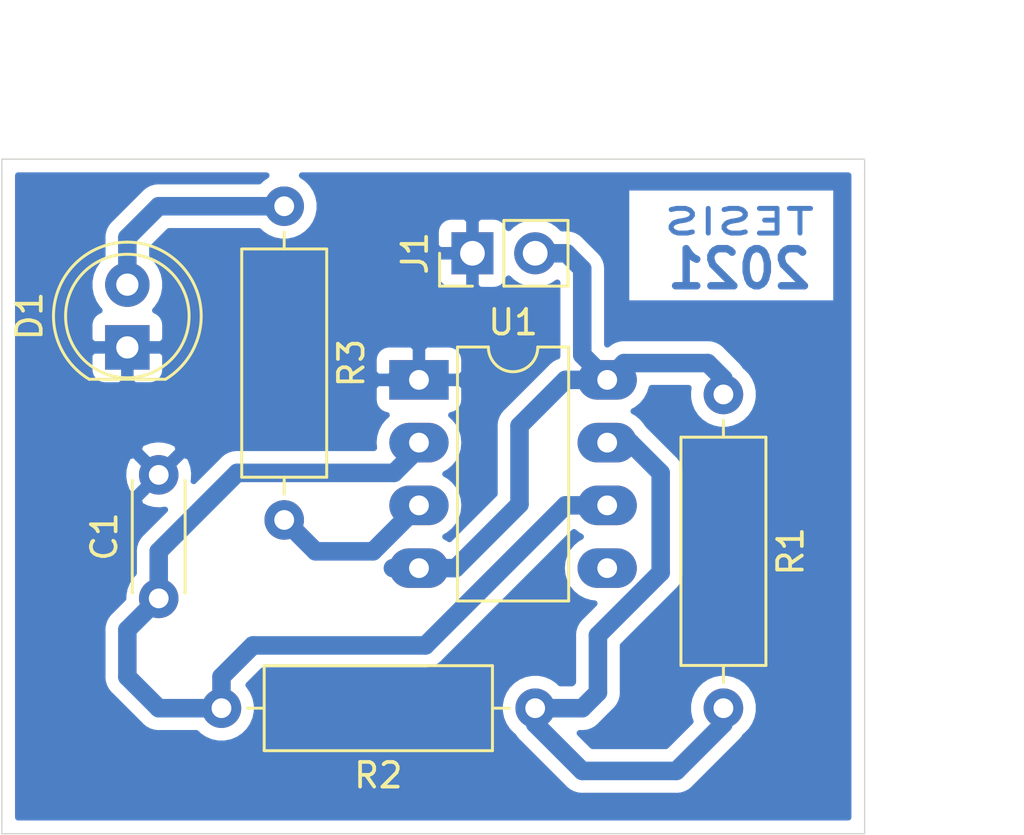
<source format=kicad_pcb>
(kicad_pcb (version 20171130) (host pcbnew "(5.1.7)-1")

  (general
    (thickness 1.6)
    (drawings 8)
    (tracks 49)
    (zones 0)
    (modules 7)
    (nets 8)
  )

  (page A4)
  (layers
    (0 F.Cu signal)
    (31 B.Cu signal)
    (32 B.Adhes user)
    (33 F.Adhes user)
    (34 B.Paste user)
    (35 F.Paste user)
    (36 B.SilkS user)
    (37 F.SilkS user)
    (38 B.Mask user)
    (39 F.Mask user)
    (40 Dwgs.User user)
    (41 Cmts.User user)
    (42 Eco1.User user)
    (43 Eco2.User user)
    (44 Edge.Cuts user)
    (45 Margin user)
    (46 B.CrtYd user)
    (47 F.CrtYd user)
    (48 B.Fab user)
    (49 F.Fab user)
  )

  (setup
    (last_trace_width 0.25)
    (user_trace_width 0.75)
    (trace_clearance 0.2)
    (zone_clearance 0.508)
    (zone_45_only no)
    (trace_min 0.2)
    (via_size 0.8)
    (via_drill 0.4)
    (via_min_size 0.4)
    (via_min_drill 0.3)
    (user_via 0.75 0.5)
    (uvia_size 0.3)
    (uvia_drill 0.1)
    (uvias_allowed no)
    (uvia_min_size 0.2)
    (uvia_min_drill 0.1)
    (edge_width 0.05)
    (segment_width 0.2)
    (pcb_text_width 0.3)
    (pcb_text_size 1.5 1.5)
    (mod_edge_width 0.12)
    (mod_text_size 1 1)
    (mod_text_width 0.15)
    (pad_size 1.524 1.524)
    (pad_drill 0.762)
    (pad_to_mask_clearance 0)
    (aux_axis_origin 0 0)
    (visible_elements 7FFFFFFF)
    (pcbplotparams
      (layerselection 0x010fc_ffffffff)
      (usegerberextensions false)
      (usegerberattributes true)
      (usegerberadvancedattributes true)
      (creategerberjobfile true)
      (excludeedgelayer true)
      (linewidth 0.100000)
      (plotframeref false)
      (viasonmask false)
      (mode 1)
      (useauxorigin false)
      (hpglpennumber 1)
      (hpglpenspeed 20)
      (hpglpendiameter 15.000000)
      (psnegative false)
      (psa4output false)
      (plotreference true)
      (plotvalue true)
      (plotinvisibletext false)
      (padsonsilk false)
      (subtractmaskfromsilk false)
      (outputformat 1)
      (mirror false)
      (drillshape 1)
      (scaleselection 1)
      (outputdirectory ""))
  )

  (net 0 "")
  (net 1 GND)
  (net 2 "Net-(C1-Pad1)")
  (net 3 "Net-(D1-Pad2)")
  (net 4 +5V)
  (net 5 "Net-(R1-Pad2)")
  (net 6 /Salida)
  (net 7 "Net-(U1-Pad5)")

  (net_class Default "This is the default net class."
    (clearance 0.2)
    (trace_width 0.25)
    (via_dia 0.8)
    (via_drill 0.4)
    (uvia_dia 0.3)
    (uvia_drill 0.1)
    (add_net +5V)
    (add_net /Salida)
    (add_net GND)
    (add_net "Net-(C1-Pad1)")
    (add_net "Net-(D1-Pad2)")
    (add_net "Net-(R1-Pad2)")
    (add_net "Net-(U1-Pad5)")
  )

  (module Resistor_THT:R_Axial_DIN0309_L9.0mm_D3.2mm_P12.70mm_Horizontal (layer F.Cu) (tedit 5AE5139B) (tstamp 5F8CE1E1)
    (at 190.5 109.22 270)
    (descr "Resistor, Axial_DIN0309 series, Axial, Horizontal, pin pitch=12.7mm, 0.5W = 1/2W, length*diameter=9*3.2mm^2, http://cdn-reichelt.de/documents/datenblatt/B400/1_4W%23YAG.pdf")
    (tags "Resistor Axial_DIN0309 series Axial Horizontal pin pitch 12.7mm 0.5W = 1/2W length 9mm diameter 3.2mm")
    (path /5F8C8677)
    (fp_text reference R1 (at 6.35 -2.72 90) (layer F.SilkS)
      (effects (font (size 1 1) (thickness 0.15)))
    )
    (fp_text value 5k (at 8.89 -3.175 90) (layer F.Fab)
      (effects (font (size 1 1) (thickness 0.15)))
    )
    (fp_line (start 13.75 -1.85) (end -1.05 -1.85) (layer F.CrtYd) (width 0.05))
    (fp_line (start 13.75 1.85) (end 13.75 -1.85) (layer F.CrtYd) (width 0.05))
    (fp_line (start -1.05 1.85) (end 13.75 1.85) (layer F.CrtYd) (width 0.05))
    (fp_line (start -1.05 -1.85) (end -1.05 1.85) (layer F.CrtYd) (width 0.05))
    (fp_line (start 11.66 0) (end 10.97 0) (layer F.SilkS) (width 0.12))
    (fp_line (start 1.04 0) (end 1.73 0) (layer F.SilkS) (width 0.12))
    (fp_line (start 10.97 -1.72) (end 1.73 -1.72) (layer F.SilkS) (width 0.12))
    (fp_line (start 10.97 1.72) (end 10.97 -1.72) (layer F.SilkS) (width 0.12))
    (fp_line (start 1.73 1.72) (end 10.97 1.72) (layer F.SilkS) (width 0.12))
    (fp_line (start 1.73 -1.72) (end 1.73 1.72) (layer F.SilkS) (width 0.12))
    (fp_line (start 12.7 0) (end 10.85 0) (layer F.Fab) (width 0.1))
    (fp_line (start 0 0) (end 1.85 0) (layer F.Fab) (width 0.1))
    (fp_line (start 10.85 -1.6) (end 1.85 -1.6) (layer F.Fab) (width 0.1))
    (fp_line (start 10.85 1.6) (end 10.85 -1.6) (layer F.Fab) (width 0.1))
    (fp_line (start 1.85 1.6) (end 10.85 1.6) (layer F.Fab) (width 0.1))
    (fp_line (start 1.85 -1.6) (end 1.85 1.6) (layer F.Fab) (width 0.1))
    (fp_text user %R (at 6.35 0 90) (layer F.Fab)
      (effects (font (size 1 1) (thickness 0.15)))
    )
    (pad 2 thru_hole oval (at 12.7 0 270) (size 1.6 1.6) (drill 0.8) (layers *.Cu *.Mask)
      (net 5 "Net-(R1-Pad2)"))
    (pad 1 thru_hole circle (at 0 0 270) (size 1.6 1.6) (drill 0.8) (layers *.Cu *.Mask)
      (net 4 +5V))
    (model ${KISYS3DMOD}/Resistor_THT.3dshapes/R_Axial_DIN0309_L9.0mm_D3.2mm_P12.70mm_Horizontal.wrl
      (at (xyz 0 0 0))
      (scale (xyz 1 1 1))
      (rotate (xyz 0 0 0))
    )
  )

  (module LED_THT:LED_D5.0mm (layer F.Cu) (tedit 5995936A) (tstamp 5F8CDC9D)
    (at 166.37 107.315 90)
    (descr "LED, diameter 5.0mm, 2 pins, http://cdn-reichelt.de/documents/datenblatt/A500/LL-504BC2E-009.pdf")
    (tags "LED diameter 5.0mm 2 pins")
    (path /5F8CA12F)
    (fp_text reference D1 (at 1.27 -3.96 90) (layer F.SilkS)
      (effects (font (size 1 1) (thickness 0.15)))
    )
    (fp_text value "LED RED" (at -5.715 -3.175 90) (layer F.Fab)
      (effects (font (size 1 1) (thickness 0.15)))
    )
    (fp_line (start 4.5 -3.25) (end -1.95 -3.25) (layer F.CrtYd) (width 0.05))
    (fp_line (start 4.5 3.25) (end 4.5 -3.25) (layer F.CrtYd) (width 0.05))
    (fp_line (start -1.95 3.25) (end 4.5 3.25) (layer F.CrtYd) (width 0.05))
    (fp_line (start -1.95 -3.25) (end -1.95 3.25) (layer F.CrtYd) (width 0.05))
    (fp_line (start -1.29 -1.545) (end -1.29 1.545) (layer F.SilkS) (width 0.12))
    (fp_line (start -1.23 -1.469694) (end -1.23 1.469694) (layer F.Fab) (width 0.1))
    (fp_circle (center 1.27 0) (end 3.77 0) (layer F.SilkS) (width 0.12))
    (fp_circle (center 1.27 0) (end 3.77 0) (layer F.Fab) (width 0.1))
    (fp_text user %R (at 1.25 0 90) (layer F.Fab)
      (effects (font (size 0.8 0.8) (thickness 0.2)))
    )
    (fp_arc (start 1.27 0) (end -1.29 1.54483) (angle -148.9) (layer F.SilkS) (width 0.12))
    (fp_arc (start 1.27 0) (end -1.29 -1.54483) (angle 148.9) (layer F.SilkS) (width 0.12))
    (fp_arc (start 1.27 0) (end -1.23 -1.469694) (angle 299.1) (layer F.Fab) (width 0.1))
    (pad 2 thru_hole circle (at 2.54 0 90) (size 1.8 1.8) (drill 0.9) (layers *.Cu *.Mask)
      (net 3 "Net-(D1-Pad2)"))
    (pad 1 thru_hole rect (at 0 0 90) (size 1.8 1.8) (drill 0.9) (layers *.Cu *.Mask)
      (net 1 GND))
    (model ${KISYS3DMOD}/LED_THT.3dshapes/LED_D5.0mm.wrl
      (at (xyz 0 0 0))
      (scale (xyz 1 1 1))
      (rotate (xyz 0 0 0))
    )
  )

  (module Package_DIP:DIP-8_W7.62mm_LongPads (layer F.Cu) (tedit 5A02E8C5) (tstamp 5F8CDD14)
    (at 178.175 108.63)
    (descr "8-lead though-hole mounted DIP package, row spacing 7.62 mm (300 mils), LongPads")
    (tags "THT DIP DIL PDIP 2.54mm 7.62mm 300mil LongPads")
    (path /5F8C615D)
    (fp_text reference U1 (at 3.81 -2.33) (layer F.SilkS)
      (effects (font (size 1 1) (thickness 0.15)))
    )
    (fp_text value NE555D (at 3.81 9.95) (layer F.Fab)
      (effects (font (size 1 1) (thickness 0.15)))
    )
    (fp_line (start 9.1 -1.55) (end -1.45 -1.55) (layer F.CrtYd) (width 0.05))
    (fp_line (start 9.1 9.15) (end 9.1 -1.55) (layer F.CrtYd) (width 0.05))
    (fp_line (start -1.45 9.15) (end 9.1 9.15) (layer F.CrtYd) (width 0.05))
    (fp_line (start -1.45 -1.55) (end -1.45 9.15) (layer F.CrtYd) (width 0.05))
    (fp_line (start 6.06 -1.33) (end 4.81 -1.33) (layer F.SilkS) (width 0.12))
    (fp_line (start 6.06 8.95) (end 6.06 -1.33) (layer F.SilkS) (width 0.12))
    (fp_line (start 1.56 8.95) (end 6.06 8.95) (layer F.SilkS) (width 0.12))
    (fp_line (start 1.56 -1.33) (end 1.56 8.95) (layer F.SilkS) (width 0.12))
    (fp_line (start 2.81 -1.33) (end 1.56 -1.33) (layer F.SilkS) (width 0.12))
    (fp_line (start 0.635 -0.27) (end 1.635 -1.27) (layer F.Fab) (width 0.1))
    (fp_line (start 0.635 8.89) (end 0.635 -0.27) (layer F.Fab) (width 0.1))
    (fp_line (start 6.985 8.89) (end 0.635 8.89) (layer F.Fab) (width 0.1))
    (fp_line (start 6.985 -1.27) (end 6.985 8.89) (layer F.Fab) (width 0.1))
    (fp_line (start 1.635 -1.27) (end 6.985 -1.27) (layer F.Fab) (width 0.1))
    (fp_text user %R (at 3.81 3.81) (layer F.Fab)
      (effects (font (size 1 1) (thickness 0.15)))
    )
    (fp_arc (start 3.81 -1.33) (end 2.81 -1.33) (angle -180) (layer F.SilkS) (width 0.12))
    (pad 8 thru_hole oval (at 7.62 0) (size 2.4 1.6) (drill 0.8) (layers *.Cu *.Mask)
      (net 4 +5V))
    (pad 4 thru_hole oval (at 0 7.62) (size 2.4 1.6) (drill 0.8) (layers *.Cu *.Mask)
      (net 4 +5V))
    (pad 7 thru_hole oval (at 7.62 2.54) (size 2.4 1.6) (drill 0.8) (layers *.Cu *.Mask)
      (net 5 "Net-(R1-Pad2)"))
    (pad 3 thru_hole oval (at 0 5.08) (size 2.4 1.6) (drill 0.8) (layers *.Cu *.Mask)
      (net 6 /Salida))
    (pad 6 thru_hole oval (at 7.62 5.08) (size 2.4 1.6) (drill 0.8) (layers *.Cu *.Mask)
      (net 2 "Net-(C1-Pad1)"))
    (pad 2 thru_hole oval (at 0 2.54) (size 2.4 1.6) (drill 0.8) (layers *.Cu *.Mask)
      (net 2 "Net-(C1-Pad1)"))
    (pad 5 thru_hole oval (at 7.62 7.62) (size 2.4 1.6) (drill 0.8) (layers *.Cu *.Mask)
      (net 7 "Net-(U1-Pad5)"))
    (pad 1 thru_hole rect (at 0 0) (size 2.4 1.6) (drill 0.8) (layers *.Cu *.Mask)
      (net 1 GND))
    (model ${KISYS3DMOD}/Package_DIP.3dshapes/DIP-8_W7.62mm.wrl
      (at (xyz 0 0 0))
      (scale (xyz 1 1 1))
      (rotate (xyz 0 0 0))
    )
  )

  (module Resistor_THT:R_Axial_DIN0309_L9.0mm_D3.2mm_P12.70mm_Horizontal (layer F.Cu) (tedit 5AE5139B) (tstamp 5F8CDCF8)
    (at 172.72 101.6 270)
    (descr "Resistor, Axial_DIN0309 series, Axial, Horizontal, pin pitch=12.7mm, 0.5W = 1/2W, length*diameter=9*3.2mm^2, http://cdn-reichelt.de/documents/datenblatt/B400/1_4W%23YAG.pdf")
    (tags "Resistor Axial_DIN0309 series Axial Horizontal pin pitch 12.7mm 0.5W = 1/2W length 9mm diameter 3.2mm")
    (path /5F8CDDB9)
    (fp_text reference R3 (at 6.35 -2.72 90) (layer F.SilkS)
      (effects (font (size 1 1) (thickness 0.15)))
    )
    (fp_text value 330 (at 6.35 2.72 90) (layer F.Fab)
      (effects (font (size 1 1) (thickness 0.15)))
    )
    (fp_line (start 13.75 -1.85) (end -1.05 -1.85) (layer F.CrtYd) (width 0.05))
    (fp_line (start 13.75 1.85) (end 13.75 -1.85) (layer F.CrtYd) (width 0.05))
    (fp_line (start -1.05 1.85) (end 13.75 1.85) (layer F.CrtYd) (width 0.05))
    (fp_line (start -1.05 -1.85) (end -1.05 1.85) (layer F.CrtYd) (width 0.05))
    (fp_line (start 11.66 0) (end 10.97 0) (layer F.SilkS) (width 0.12))
    (fp_line (start 1.04 0) (end 1.73 0) (layer F.SilkS) (width 0.12))
    (fp_line (start 10.97 -1.72) (end 1.73 -1.72) (layer F.SilkS) (width 0.12))
    (fp_line (start 10.97 1.72) (end 10.97 -1.72) (layer F.SilkS) (width 0.12))
    (fp_line (start 1.73 1.72) (end 10.97 1.72) (layer F.SilkS) (width 0.12))
    (fp_line (start 1.73 -1.72) (end 1.73 1.72) (layer F.SilkS) (width 0.12))
    (fp_line (start 12.7 0) (end 10.85 0) (layer F.Fab) (width 0.1))
    (fp_line (start 0 0) (end 1.85 0) (layer F.Fab) (width 0.1))
    (fp_line (start 10.85 -1.6) (end 1.85 -1.6) (layer F.Fab) (width 0.1))
    (fp_line (start 10.85 1.6) (end 10.85 -1.6) (layer F.Fab) (width 0.1))
    (fp_line (start 1.85 1.6) (end 10.85 1.6) (layer F.Fab) (width 0.1))
    (fp_line (start 1.85 -1.6) (end 1.85 1.6) (layer F.Fab) (width 0.1))
    (fp_text user %R (at 6.35 0 90) (layer F.Fab)
      (effects (font (size 1 1) (thickness 0.15)))
    )
    (pad 2 thru_hole oval (at 12.7 0 270) (size 1.6 1.6) (drill 0.8) (layers *.Cu *.Mask)
      (net 6 /Salida))
    (pad 1 thru_hole circle (at 0 0 270) (size 1.6 1.6) (drill 0.8) (layers *.Cu *.Mask)
      (net 3 "Net-(D1-Pad2)"))
    (model ${KISYS3DMOD}/Resistor_THT.3dshapes/R_Axial_DIN0309_L9.0mm_D3.2mm_P12.70mm_Horizontal.wrl
      (at (xyz 0 0 0))
      (scale (xyz 1 1 1))
      (rotate (xyz 0 0 0))
    )
  )

  (module Resistor_THT:R_Axial_DIN0309_L9.0mm_D3.2mm_P12.70mm_Horizontal (layer F.Cu) (tedit 5AE5139B) (tstamp 5F8CDCE1)
    (at 182.88 121.92 180)
    (descr "Resistor, Axial_DIN0309 series, Axial, Horizontal, pin pitch=12.7mm, 0.5W = 1/2W, length*diameter=9*3.2mm^2, http://cdn-reichelt.de/documents/datenblatt/B400/1_4W%23YAG.pdf")
    (tags "Resistor Axial_DIN0309 series Axial Horizontal pin pitch 12.7mm 0.5W = 1/2W length 9mm diameter 3.2mm")
    (path /5F8C8095)
    (fp_text reference R2 (at 6.35 -2.72) (layer F.SilkS)
      (effects (font (size 1 1) (thickness 0.15)))
    )
    (fp_text value 3k (at 6.35 2.72) (layer F.Fab)
      (effects (font (size 1 1) (thickness 0.15)))
    )
    (fp_line (start 13.75 -1.85) (end -1.05 -1.85) (layer F.CrtYd) (width 0.05))
    (fp_line (start 13.75 1.85) (end 13.75 -1.85) (layer F.CrtYd) (width 0.05))
    (fp_line (start -1.05 1.85) (end 13.75 1.85) (layer F.CrtYd) (width 0.05))
    (fp_line (start -1.05 -1.85) (end -1.05 1.85) (layer F.CrtYd) (width 0.05))
    (fp_line (start 11.66 0) (end 10.97 0) (layer F.SilkS) (width 0.12))
    (fp_line (start 1.04 0) (end 1.73 0) (layer F.SilkS) (width 0.12))
    (fp_line (start 10.97 -1.72) (end 1.73 -1.72) (layer F.SilkS) (width 0.12))
    (fp_line (start 10.97 1.72) (end 10.97 -1.72) (layer F.SilkS) (width 0.12))
    (fp_line (start 1.73 1.72) (end 10.97 1.72) (layer F.SilkS) (width 0.12))
    (fp_line (start 1.73 -1.72) (end 1.73 1.72) (layer F.SilkS) (width 0.12))
    (fp_line (start 12.7 0) (end 10.85 0) (layer F.Fab) (width 0.1))
    (fp_line (start 0 0) (end 1.85 0) (layer F.Fab) (width 0.1))
    (fp_line (start 10.85 -1.6) (end 1.85 -1.6) (layer F.Fab) (width 0.1))
    (fp_line (start 10.85 1.6) (end 10.85 -1.6) (layer F.Fab) (width 0.1))
    (fp_line (start 1.85 1.6) (end 10.85 1.6) (layer F.Fab) (width 0.1))
    (fp_line (start 1.85 -1.6) (end 1.85 1.6) (layer F.Fab) (width 0.1))
    (fp_text user %R (at 6.35 0) (layer F.Fab)
      (effects (font (size 1 1) (thickness 0.15)))
    )
    (pad 2 thru_hole oval (at 12.7 0 180) (size 1.6 1.6) (drill 0.8) (layers *.Cu *.Mask)
      (net 2 "Net-(C1-Pad1)"))
    (pad 1 thru_hole circle (at 0 0 180) (size 1.6 1.6) (drill 0.8) (layers *.Cu *.Mask)
      (net 5 "Net-(R1-Pad2)"))
    (model ${KISYS3DMOD}/Resistor_THT.3dshapes/R_Axial_DIN0309_L9.0mm_D3.2mm_P12.70mm_Horizontal.wrl
      (at (xyz 0 0 0))
      (scale (xyz 1 1 1))
      (rotate (xyz 0 0 0))
    )
  )

  (module Connector_PinHeader_2.54mm:PinHeader_1x02_P2.54mm_Vertical (layer F.Cu) (tedit 59FED5CC) (tstamp 5F8CDCB3)
    (at 180.34 103.505 90)
    (descr "Through hole straight pin header, 1x02, 2.54mm pitch, single row")
    (tags "Through hole pin header THT 1x02 2.54mm single row")
    (path /5F8EA4EF)
    (fp_text reference J1 (at 0 -2.33 90) (layer F.SilkS)
      (effects (font (size 1 1) (thickness 0.15)))
    )
    (fp_text value 5V (at 0 4.87 90) (layer F.Fab)
      (effects (font (size 1 1) (thickness 0.15)))
    )
    (fp_line (start 1.8 -1.8) (end -1.8 -1.8) (layer F.CrtYd) (width 0.05))
    (fp_line (start 1.8 4.35) (end 1.8 -1.8) (layer F.CrtYd) (width 0.05))
    (fp_line (start -1.8 4.35) (end 1.8 4.35) (layer F.CrtYd) (width 0.05))
    (fp_line (start -1.8 -1.8) (end -1.8 4.35) (layer F.CrtYd) (width 0.05))
    (fp_line (start -1.33 -1.33) (end 0 -1.33) (layer F.SilkS) (width 0.12))
    (fp_line (start -1.33 0) (end -1.33 -1.33) (layer F.SilkS) (width 0.12))
    (fp_line (start -1.33 1.27) (end 1.33 1.27) (layer F.SilkS) (width 0.12))
    (fp_line (start 1.33 1.27) (end 1.33 3.87) (layer F.SilkS) (width 0.12))
    (fp_line (start -1.33 1.27) (end -1.33 3.87) (layer F.SilkS) (width 0.12))
    (fp_line (start -1.33 3.87) (end 1.33 3.87) (layer F.SilkS) (width 0.12))
    (fp_line (start -1.27 -0.635) (end -0.635 -1.27) (layer F.Fab) (width 0.1))
    (fp_line (start -1.27 3.81) (end -1.27 -0.635) (layer F.Fab) (width 0.1))
    (fp_line (start 1.27 3.81) (end -1.27 3.81) (layer F.Fab) (width 0.1))
    (fp_line (start 1.27 -1.27) (end 1.27 3.81) (layer F.Fab) (width 0.1))
    (fp_line (start -0.635 -1.27) (end 1.27 -1.27) (layer F.Fab) (width 0.1))
    (fp_text user %R (at 0 1.27) (layer F.Fab)
      (effects (font (size 1 1) (thickness 0.15)))
    )
    (pad 2 thru_hole oval (at 0 2.54 90) (size 1.7 1.7) (drill 1) (layers *.Cu *.Mask)
      (net 4 +5V))
    (pad 1 thru_hole rect (at 0 0 90) (size 1.7 1.7) (drill 1) (layers *.Cu *.Mask)
      (net 1 GND))
    (model ${KISYS3DMOD}/Connector_PinHeader_2.54mm.3dshapes/PinHeader_1x02_P2.54mm_Vertical.wrl
      (at (xyz 0 0 0))
      (scale (xyz 1 1 1))
      (rotate (xyz 0 0 0))
    )
  )

  (module Capacitor_THT:C_Disc_D4.3mm_W1.9mm_P5.00mm (layer F.Cu) (tedit 5AE50EF0) (tstamp 5F8CE085)
    (at 167.64 117.475 90)
    (descr "C, Disc series, Radial, pin pitch=5.00mm, , diameter*width=4.3*1.9mm^2, Capacitor, http://www.vishay.com/docs/45233/krseries.pdf")
    (tags "C Disc series Radial pin pitch 5.00mm  diameter 4.3mm width 1.9mm Capacitor")
    (path /5F8C9027)
    (fp_text reference C1 (at 2.5 -2.2 90) (layer F.SilkS)
      (effects (font (size 1 1) (thickness 0.15)))
    )
    (fp_text value 0.15uF (at 2.5 2.2 90) (layer F.Fab)
      (effects (font (size 1 1) (thickness 0.15)))
    )
    (fp_line (start 6.05 -1.2) (end -1.05 -1.2) (layer F.CrtYd) (width 0.05))
    (fp_line (start 6.05 1.2) (end 6.05 -1.2) (layer F.CrtYd) (width 0.05))
    (fp_line (start -1.05 1.2) (end 6.05 1.2) (layer F.CrtYd) (width 0.05))
    (fp_line (start -1.05 -1.2) (end -1.05 1.2) (layer F.CrtYd) (width 0.05))
    (fp_line (start 4.77 1.055) (end 4.77 1.07) (layer F.SilkS) (width 0.12))
    (fp_line (start 4.77 -1.07) (end 4.77 -1.055) (layer F.SilkS) (width 0.12))
    (fp_line (start 0.23 1.055) (end 0.23 1.07) (layer F.SilkS) (width 0.12))
    (fp_line (start 0.23 -1.07) (end 0.23 -1.055) (layer F.SilkS) (width 0.12))
    (fp_line (start 0.23 1.07) (end 4.77 1.07) (layer F.SilkS) (width 0.12))
    (fp_line (start 0.23 -1.07) (end 4.77 -1.07) (layer F.SilkS) (width 0.12))
    (fp_line (start 4.65 -0.95) (end 0.35 -0.95) (layer F.Fab) (width 0.1))
    (fp_line (start 4.65 0.95) (end 4.65 -0.95) (layer F.Fab) (width 0.1))
    (fp_line (start 0.35 0.95) (end 4.65 0.95) (layer F.Fab) (width 0.1))
    (fp_line (start 0.35 -0.95) (end 0.35 0.95) (layer F.Fab) (width 0.1))
    (fp_text user %R (at 2.5 0 90) (layer F.Fab)
      (effects (font (size 0.86 0.86) (thickness 0.129)))
    )
    (pad 2 thru_hole circle (at 5 0 90) (size 1.6 1.6) (drill 0.8) (layers *.Cu *.Mask)
      (net 1 GND))
    (pad 1 thru_hole circle (at 0 0 90) (size 1.6 1.6) (drill 0.8) (layers *.Cu *.Mask)
      (net 2 "Net-(C1-Pad1)"))
    (model ${KISYS3DMOD}/Capacitor_THT.3dshapes/C_Disc_D4.3mm_W1.9mm_P5.00mm.wrl
      (at (xyz 0 0 0))
      (scale (xyz 1 1 1))
      (rotate (xyz 0 0 0))
    )
  )

  (dimension 34.925 (width 0.15) (layer Eco2.User)
    (gr_text "34.925 mm" (at 178.7525 93.95) (layer Eco2.User)
      (effects (font (size 1 1) (thickness 0.15)))
    )
    (feature1 (pts (xy 196.215 98.425) (xy 196.215 94.663579)))
    (feature2 (pts (xy 161.29 98.425) (xy 161.29 94.663579)))
    (crossbar (pts (xy 161.29 95.25) (xy 196.215 95.25)))
    (arrow1a (pts (xy 196.215 95.25) (xy 195.088496 95.836421)))
    (arrow1b (pts (xy 196.215 95.25) (xy 195.088496 94.663579)))
    (arrow2a (pts (xy 161.29 95.25) (xy 162.416504 95.836421)))
    (arrow2b (pts (xy 161.29 95.25) (xy 162.416504 94.663579)))
  )
  (dimension 27.305 (width 0.15) (layer Eco2.User)
    (gr_text "27.305 mm" (at 201.325 113.3475 270) (layer Eco2.User)
      (effects (font (size 1 1) (thickness 0.15)))
    )
    (feature1 (pts (xy 198.12 127) (xy 200.611421 127)))
    (feature2 (pts (xy 198.12 99.695) (xy 200.611421 99.695)))
    (crossbar (pts (xy 200.025 99.695) (xy 200.025 127)))
    (arrow1a (pts (xy 200.025 127) (xy 199.438579 125.873496)))
    (arrow1b (pts (xy 200.025 127) (xy 200.611421 125.873496)))
    (arrow2a (pts (xy 200.025 99.695) (xy 199.438579 100.821504)))
    (arrow2b (pts (xy 200.025 99.695) (xy 200.611421 100.821504)))
  )
  (gr_text 2021 (at 191.135 104.14) (layer B.Cu)
    (effects (font (size 1.5 1.5) (thickness 0.3)) (justify mirror))
  )
  (gr_text TESIS (at 191.135 102.235) (layer B.Cu)
    (effects (font (size 1 1.5) (thickness 0.2)) (justify mirror))
  )
  (gr_line (start 161.29 127) (end 196.215 127) (layer Edge.Cuts) (width 0.05) (tstamp 5F8CE444))
  (gr_line (start 161.29 99.695) (end 161.29 127) (layer Edge.Cuts) (width 0.05))
  (gr_line (start 196.215 99.695) (end 161.29 99.695) (layer Edge.Cuts) (width 0.05))
  (gr_line (start 196.215 127) (end 196.215 99.695) (layer Edge.Cuts) (width 0.05))

  (segment (start 177.21 108.63) (end 178.175 108.63) (width 0.75) (layer B.Cu) (net 1))
  (segment (start 167.64 117.475) (end 166.37 118.745) (width 0.75) (layer B.Cu) (net 2))
  (segment (start 166.37 118.745) (end 166.37 120.65) (width 0.75) (layer B.Cu) (net 2))
  (segment (start 167.64 121.92) (end 170.18 121.92) (width 0.75) (layer B.Cu) (net 2))
  (segment (start 166.37 120.65) (end 167.64 121.92) (width 0.75) (layer B.Cu) (net 2))
  (segment (start 178.175 111.17) (end 178.48 111.17) (width 0.75) (layer B.Cu) (net 2))
  (segment (start 167.64 117.475) (end 167.64 115.57) (width 0.75) (layer B.Cu) (net 2))
  (segment (start 167.64 115.57) (end 170.815 112.395) (width 0.75) (layer B.Cu) (net 2))
  (segment (start 170.815 112.395) (end 177.165 112.395) (width 0.75) (layer B.Cu) (net 2))
  (segment (start 178.175 111.385) (end 178.175 111.17) (width 0.75) (layer B.Cu) (net 2))
  (segment (start 177.165 112.395) (end 178.175 111.385) (width 0.75) (layer B.Cu) (net 2))
  (segment (start 185.795 113.71) (end 185.375 113.71) (width 0.75) (layer B.Cu) (net 2))
  (segment (start 185.795 113.71) (end 184.105 113.71) (width 0.75) (layer B.Cu) (net 2))
  (segment (start 184.105 113.71) (end 178.435 119.38) (width 0.75) (layer B.Cu) (net 2))
  (segment (start 178.435 119.38) (end 171.45 119.38) (width 0.75) (layer B.Cu) (net 2))
  (segment (start 171.45 119.38) (end 170.18 120.65) (width 0.75) (layer B.Cu) (net 2))
  (segment (start 170.18 120.65) (end 170.18 121.92) (width 0.75) (layer B.Cu) (net 2))
  (segment (start 172.72 101.6) (end 167.64 101.6) (width 0.75) (layer B.Cu) (net 3))
  (segment (start 166.37 102.87) (end 166.37 104.775) (width 0.75) (layer B.Cu) (net 3))
  (segment (start 167.64 101.6) (end 166.37 102.87) (width 0.75) (layer B.Cu) (net 3))
  (segment (start 186.475 107.95) (end 185.795 108.63) (width 0.75) (layer B.Cu) (net 4))
  (segment (start 190.5 108.585) (end 189.865 107.95) (width 0.75) (layer B.Cu) (net 4))
  (segment (start 189.865 107.95) (end 186.475 107.95) (width 0.75) (layer B.Cu) (net 4))
  (segment (start 190.5 109.22) (end 190.5 108.585) (width 0.75) (layer B.Cu) (net 4))
  (segment (start 178.175 116.25) (end 177.12 116.25) (width 0.75) (layer B.Cu) (net 4))
  (segment (start 182.88 103.505) (end 184.15 103.505) (width 0.75) (layer B.Cu) (net 4))
  (segment (start 184.15 103.505) (end 184.785 104.14) (width 0.75) (layer B.Cu) (net 4))
  (segment (start 184.785 107.62) (end 185.795 108.63) (width 0.75) (layer B.Cu) (net 4))
  (segment (start 184.785 104.14) (end 184.785 107.62) (width 0.75) (layer B.Cu) (net 4))
  (segment (start 178.175 116.25) (end 179.66 116.25) (width 0.75) (layer B.Cu) (net 4))
  (segment (start 179.66 116.25) (end 182.245 113.665) (width 0.75) (layer B.Cu) (net 4))
  (segment (start 182.245 113.665) (end 182.245 110.49) (width 0.75) (layer B.Cu) (net 4))
  (segment (start 184.105 108.63) (end 185.795 108.63) (width 0.75) (layer B.Cu) (net 4))
  (segment (start 182.245 110.49) (end 184.105 108.63) (width 0.75) (layer B.Cu) (net 4))
  (segment (start 182.88 122.555) (end 182.88 121.92) (width 0.75) (layer B.Cu) (net 5))
  (segment (start 184.785 124.46) (end 182.88 122.555) (width 0.75) (layer B.Cu) (net 5))
  (segment (start 188.595 124.46) (end 184.785 124.46) (width 0.75) (layer B.Cu) (net 5))
  (segment (start 190.5 122.555) (end 188.595 124.46) (width 0.75) (layer B.Cu) (net 5))
  (segment (start 190.5 121.92) (end 190.5 122.555) (width 0.75) (layer B.Cu) (net 5))
  (segment (start 185.795 111.17) (end 186.735 111.17) (width 0.75) (layer B.Cu) (net 5))
  (segment (start 186.735 111.17) (end 187.96 112.395) (width 0.75) (layer B.Cu) (net 5))
  (segment (start 187.96 116.429557) (end 185.42 118.969557) (width 0.75) (layer B.Cu) (net 5))
  (segment (start 187.96 112.395) (end 187.96 116.429557) (width 0.75) (layer B.Cu) (net 5))
  (segment (start 185.42 118.969557) (end 185.42 121.285) (width 0.75) (layer B.Cu) (net 5))
  (segment (start 184.785 121.92) (end 182.88 121.92) (width 0.75) (layer B.Cu) (net 5))
  (segment (start 185.42 121.285) (end 184.785 121.92) (width 0.75) (layer B.Cu) (net 5))
  (segment (start 176.315 115.57) (end 178.175 113.71) (width 0.75) (layer B.Cu) (net 6))
  (segment (start 173.99 115.57) (end 176.315 115.57) (width 0.75) (layer B.Cu) (net 6))
  (segment (start 172.72 114.3) (end 173.99 115.57) (width 0.75) (layer B.Cu) (net 6))

  (zone (net 1) (net_name GND) (layer B.Cu) (tstamp 5F8CE686) (hatch edge 0.508)
    (connect_pads (clearance 0.508))
    (min_thickness 0.254)
    (fill yes (arc_segments 32) (thermal_gap 0.508) (thermal_bridge_width 0.508))
    (polygon
      (pts
        (xy 196.215 127) (xy 161.29 127) (xy 161.29 99.695) (xy 196.215 99.695)
      )
    )
    (polygon
      (pts
        (xy 186.69 100.965) (xy 186.69 105.41) (xy 194.945 105.41) (xy 194.945 100.965)
      )
    )
    (filled_polygon
      (pts
        (xy 171.805241 100.485363) (xy 171.700604 100.59) (xy 167.689604 100.59) (xy 167.639999 100.585114) (xy 167.590394 100.59)
        (xy 167.590392 100.59) (xy 167.442006 100.604615) (xy 167.25162 100.662368) (xy 167.07616 100.756153) (xy 166.922367 100.882367)
        (xy 166.890739 100.920906) (xy 165.690906 102.120739) (xy 165.652367 102.152367) (xy 165.526153 102.30616) (xy 165.432369 102.48162)
        (xy 165.432368 102.481621) (xy 165.374615 102.672006) (xy 165.355114 102.87) (xy 165.36 102.919608) (xy 165.36 103.614183)
        (xy 165.177688 103.796495) (xy 165.009701 104.047905) (xy 164.893989 104.327257) (xy 164.835 104.623816) (xy 164.835 104.926184)
        (xy 164.893989 105.222743) (xy 165.009701 105.502095) (xy 165.177688 105.753505) (xy 165.244127 105.819944) (xy 165.22582 105.825498)
        (xy 165.115506 105.884463) (xy 165.018815 105.963815) (xy 164.939463 106.060506) (xy 164.880498 106.17082) (xy 164.844188 106.290518)
        (xy 164.831928 106.415) (xy 164.835 107.02925) (xy 164.99375 107.188) (xy 166.243 107.188) (xy 166.243 107.168)
        (xy 166.497 107.168) (xy 166.497 107.188) (xy 167.74625 107.188) (xy 167.905 107.02925) (xy 167.908072 106.415)
        (xy 167.895812 106.290518) (xy 167.859502 106.17082) (xy 167.800537 106.060506) (xy 167.721185 105.963815) (xy 167.624494 105.884463)
        (xy 167.51418 105.825498) (xy 167.495873 105.819944) (xy 167.562312 105.753505) (xy 167.730299 105.502095) (xy 167.846011 105.222743)
        (xy 167.905 104.926184) (xy 167.905 104.623816) (xy 167.85153 104.355) (xy 178.851928 104.355) (xy 178.864188 104.479482)
        (xy 178.900498 104.59918) (xy 178.959463 104.709494) (xy 179.038815 104.806185) (xy 179.135506 104.885537) (xy 179.24582 104.944502)
        (xy 179.365518 104.980812) (xy 179.49 104.993072) (xy 180.05425 104.99) (xy 180.213 104.83125) (xy 180.213 103.632)
        (xy 179.01375 103.632) (xy 178.855 103.79075) (xy 178.851928 104.355) (xy 167.85153 104.355) (xy 167.846011 104.327257)
        (xy 167.730299 104.047905) (xy 167.562312 103.796495) (xy 167.38 103.614183) (xy 167.38 103.288355) (xy 168.058355 102.61)
        (xy 171.700604 102.61) (xy 171.805241 102.714637) (xy 172.040273 102.87168) (xy 172.301426 102.979853) (xy 172.578665 103.035)
        (xy 172.861335 103.035) (xy 173.138574 102.979853) (xy 173.399727 102.87168) (xy 173.634759 102.714637) (xy 173.694396 102.655)
        (xy 178.851928 102.655) (xy 178.855 103.21925) (xy 179.01375 103.378) (xy 180.213 103.378) (xy 180.213 102.17875)
        (xy 180.05425 102.02) (xy 179.49 102.016928) (xy 179.365518 102.029188) (xy 179.24582 102.065498) (xy 179.135506 102.124463)
        (xy 179.038815 102.203815) (xy 178.959463 102.300506) (xy 178.900498 102.41082) (xy 178.864188 102.530518) (xy 178.851928 102.655)
        (xy 173.694396 102.655) (xy 173.834637 102.514759) (xy 173.99168 102.279727) (xy 174.099853 102.018574) (xy 174.155 101.741335)
        (xy 174.155 101.458665) (xy 174.099853 101.181426) (xy 174.010207 100.965) (xy 186.563 100.965) (xy 186.563 105.41)
        (xy 186.56544 105.434776) (xy 186.572667 105.458601) (xy 186.584403 105.480557) (xy 186.600197 105.499803) (xy 186.619443 105.515597)
        (xy 186.641399 105.527333) (xy 186.665224 105.53456) (xy 186.69 105.537) (xy 194.945 105.537) (xy 194.969776 105.53456)
        (xy 194.993601 105.527333) (xy 195.015557 105.515597) (xy 195.034803 105.499803) (xy 195.050597 105.480557) (xy 195.062333 105.458601)
        (xy 195.06956 105.434776) (xy 195.072 105.41) (xy 195.072 100.965) (xy 195.06956 100.940224) (xy 195.062333 100.916399)
        (xy 195.050597 100.894443) (xy 195.034803 100.875197) (xy 195.015557 100.859403) (xy 194.993601 100.847667) (xy 194.969776 100.84044)
        (xy 194.945 100.838) (xy 186.69 100.838) (xy 186.665224 100.84044) (xy 186.641399 100.847667) (xy 186.619443 100.859403)
        (xy 186.600197 100.875197) (xy 186.584403 100.894443) (xy 186.572667 100.916399) (xy 186.56544 100.940224) (xy 186.563 100.965)
        (xy 174.010207 100.965) (xy 173.99168 100.920273) (xy 173.834637 100.685241) (xy 173.634759 100.485363) (xy 173.439657 100.355)
        (xy 195.555001 100.355) (xy 195.555 126.34) (xy 161.95 126.34) (xy 161.95 118.745) (xy 165.355114 118.745)
        (xy 165.36 118.794608) (xy 165.360001 120.600383) (xy 165.355114 120.65) (xy 165.374615 120.847994) (xy 165.432368 121.038379)
        (xy 165.520022 121.202367) (xy 165.526154 121.21384) (xy 165.652368 121.367633) (xy 165.690901 121.399256) (xy 166.890739 122.599094)
        (xy 166.922367 122.637633) (xy 167.07616 122.763847) (xy 167.25162 122.857632) (xy 167.442006 122.915385) (xy 167.590392 122.93)
        (xy 167.590394 122.93) (xy 167.639999 122.934886) (xy 167.689604 122.93) (xy 169.160604 122.93) (xy 169.265241 123.034637)
        (xy 169.500273 123.19168) (xy 169.761426 123.299853) (xy 170.038665 123.355) (xy 170.321335 123.355) (xy 170.598574 123.299853)
        (xy 170.859727 123.19168) (xy 171.094759 123.034637) (xy 171.294637 122.834759) (xy 171.45168 122.599727) (xy 171.559853 122.338574)
        (xy 171.615 122.061335) (xy 171.615 121.778665) (xy 171.559853 121.501426) (xy 171.45168 121.240273) (xy 171.294637 121.005241)
        (xy 171.273876 120.98448) (xy 171.868355 120.39) (xy 178.385392 120.39) (xy 178.435 120.394886) (xy 178.632994 120.375385)
        (xy 178.82338 120.317632) (xy 178.99884 120.223847) (xy 179.152633 120.097633) (xy 179.184261 120.059094) (xy 184.451383 114.791973)
        (xy 184.593899 114.908932) (xy 184.726858 114.98) (xy 184.593899 115.051068) (xy 184.375392 115.230392) (xy 184.196068 115.448899)
        (xy 184.062818 115.698192) (xy 183.980764 115.968691) (xy 183.953057 116.25) (xy 183.980764 116.531309) (xy 184.062818 116.801808)
        (xy 184.196068 117.051101) (xy 184.375392 117.269608) (xy 184.593899 117.448932) (xy 184.843192 117.582182) (xy 185.113691 117.664236)
        (xy 185.280533 117.680669) (xy 184.740906 118.220296) (xy 184.702367 118.251924) (xy 184.576153 118.405717) (xy 184.506434 118.536153)
        (xy 184.482368 118.581178) (xy 184.424615 118.771563) (xy 184.405114 118.969557) (xy 184.41 119.019165) (xy 184.410001 120.866644)
        (xy 184.366645 120.91) (xy 183.899396 120.91) (xy 183.794759 120.805363) (xy 183.559727 120.64832) (xy 183.298574 120.540147)
        (xy 183.021335 120.485) (xy 182.738665 120.485) (xy 182.461426 120.540147) (xy 182.200273 120.64832) (xy 181.965241 120.805363)
        (xy 181.765363 121.005241) (xy 181.60832 121.240273) (xy 181.500147 121.501426) (xy 181.445 121.778665) (xy 181.445 122.061335)
        (xy 181.500147 122.338574) (xy 181.60832 122.599727) (xy 181.765363 122.834759) (xy 181.965241 123.034637) (xy 182.005538 123.061562)
        (xy 182.036153 123.11884) (xy 182.162367 123.272633) (xy 182.200906 123.304261) (xy 184.035744 125.1391) (xy 184.067367 125.177633)
        (xy 184.22116 125.303847) (xy 184.39662 125.397632) (xy 184.587005 125.455385) (xy 184.785 125.474886) (xy 184.834608 125.47)
        (xy 188.545392 125.47) (xy 188.595 125.474886) (xy 188.792994 125.455385) (xy 188.98338 125.397632) (xy 189.15884 125.303847)
        (xy 189.312633 125.177633) (xy 189.344261 125.139094) (xy 191.1791 123.304256) (xy 191.217633 123.272633) (xy 191.343847 123.11884)
        (xy 191.374463 123.061562) (xy 191.414759 123.034637) (xy 191.614637 122.834759) (xy 191.77168 122.599727) (xy 191.879853 122.338574)
        (xy 191.935 122.061335) (xy 191.935 121.778665) (xy 191.879853 121.501426) (xy 191.77168 121.240273) (xy 191.614637 121.005241)
        (xy 191.414759 120.805363) (xy 191.179727 120.64832) (xy 190.918574 120.540147) (xy 190.641335 120.485) (xy 190.358665 120.485)
        (xy 190.081426 120.540147) (xy 189.820273 120.64832) (xy 189.585241 120.805363) (xy 189.385363 121.005241) (xy 189.22832 121.240273)
        (xy 189.120147 121.501426) (xy 189.065 121.778665) (xy 189.065 122.061335) (xy 189.120147 122.338574) (xy 189.169331 122.457314)
        (xy 188.176645 123.45) (xy 185.203356 123.45) (xy 184.683356 122.93) (xy 184.735392 122.93) (xy 184.785 122.934886)
        (xy 184.982994 122.915385) (xy 184.982997 122.915384) (xy 185.17338 122.857632) (xy 185.34884 122.763847) (xy 185.502633 122.637633)
        (xy 185.534261 122.599094) (xy 186.099094 122.034261) (xy 186.137633 122.002633) (xy 186.263847 121.84884) (xy 186.357632 121.67338)
        (xy 186.374623 121.617368) (xy 186.415385 121.482995) (xy 186.434886 121.285) (xy 186.43 121.235392) (xy 186.43 119.387912)
        (xy 188.6391 117.178813) (xy 188.677633 117.14719) (xy 188.803847 116.993397) (xy 188.897632 116.817937) (xy 188.955385 116.627551)
        (xy 188.97 116.479165) (xy 188.97 116.479163) (xy 188.974886 116.429558) (xy 188.97 116.379953) (xy 188.97 112.444608)
        (xy 188.974886 112.395) (xy 188.955385 112.197005) (xy 188.897632 112.00662) (xy 188.878647 111.971101) (xy 188.803847 111.83116)
        (xy 188.677633 111.677367) (xy 188.639099 111.645743) (xy 187.484261 110.490906) (xy 187.452633 110.452367) (xy 187.427539 110.431773)
        (xy 187.393932 110.368899) (xy 187.214608 110.150392) (xy 186.996101 109.971068) (xy 186.863142 109.9) (xy 186.996101 109.828932)
        (xy 187.214608 109.649608) (xy 187.393932 109.431101) (xy 187.527182 109.181808) (xy 187.594466 108.96) (xy 189.088604 108.96)
        (xy 189.065 109.078665) (xy 189.065 109.361335) (xy 189.120147 109.638574) (xy 189.22832 109.899727) (xy 189.385363 110.134759)
        (xy 189.585241 110.334637) (xy 189.820273 110.49168) (xy 190.081426 110.599853) (xy 190.358665 110.655) (xy 190.641335 110.655)
        (xy 190.918574 110.599853) (xy 191.179727 110.49168) (xy 191.414759 110.334637) (xy 191.614637 110.134759) (xy 191.77168 109.899727)
        (xy 191.879853 109.638574) (xy 191.935 109.361335) (xy 191.935 109.078665) (xy 191.879853 108.801426) (xy 191.77168 108.540273)
        (xy 191.614637 108.305241) (xy 191.414759 108.105363) (xy 191.374462 108.078437) (xy 191.343846 108.021159) (xy 191.286186 107.9509)
        (xy 191.217633 107.867367) (xy 191.179094 107.835739) (xy 190.614261 107.270906) (xy 190.582633 107.232367) (xy 190.42884 107.106153)
        (xy 190.25338 107.012368) (xy 190.062994 106.954615) (xy 189.914608 106.94) (xy 189.865 106.935114) (xy 189.815392 106.94)
        (xy 186.524604 106.94) (xy 186.474999 106.935114) (xy 186.425394 106.94) (xy 186.425392 106.94) (xy 186.277006 106.954615)
        (xy 186.08662 107.012368) (xy 185.91116 107.106153) (xy 185.802899 107.195) (xy 185.795 107.195) (xy 185.795 104.189608)
        (xy 185.799886 104.14) (xy 185.780385 103.942005) (xy 185.722632 103.75162) (xy 185.696641 103.702994) (xy 185.628847 103.57616)
        (xy 185.502633 103.422367) (xy 185.464094 103.390739) (xy 184.899261 102.825906) (xy 184.867633 102.787367) (xy 184.71384 102.661153)
        (xy 184.53838 102.567368) (xy 184.347994 102.509615) (xy 184.199608 102.495) (xy 184.15 102.490114) (xy 184.100392 102.495)
        (xy 183.970107 102.495) (xy 183.826632 102.351525) (xy 183.583411 102.18901) (xy 183.313158 102.077068) (xy 183.02626 102.02)
        (xy 182.73374 102.02) (xy 182.446842 102.077068) (xy 182.176589 102.18901) (xy 181.933368 102.351525) (xy 181.801513 102.48338)
        (xy 181.779502 102.41082) (xy 181.720537 102.300506) (xy 181.641185 102.203815) (xy 181.544494 102.124463) (xy 181.43418 102.065498)
        (xy 181.314482 102.029188) (xy 181.19 102.016928) (xy 180.62575 102.02) (xy 180.467 102.17875) (xy 180.467 103.378)
        (xy 180.487 103.378) (xy 180.487 103.632) (xy 180.467 103.632) (xy 180.467 104.83125) (xy 180.62575 104.99)
        (xy 181.19 104.993072) (xy 181.314482 104.980812) (xy 181.43418 104.944502) (xy 181.544494 104.885537) (xy 181.641185 104.806185)
        (xy 181.720537 104.709494) (xy 181.779502 104.59918) (xy 181.801513 104.52662) (xy 181.933368 104.658475) (xy 182.176589 104.82099)
        (xy 182.446842 104.932932) (xy 182.73374 104.99) (xy 183.02626 104.99) (xy 183.313158 104.932932) (xy 183.583411 104.82099)
        (xy 183.775 104.692974) (xy 183.775001 107.570382) (xy 183.770114 107.62) (xy 183.775483 107.674512) (xy 183.71662 107.692368)
        (xy 183.54116 107.786153) (xy 183.387367 107.912367) (xy 183.355739 107.950906) (xy 181.565901 109.740744) (xy 181.527368 109.772367)
        (xy 181.495745 109.8109) (xy 181.495744 109.810901) (xy 181.401154 109.92616) (xy 181.307368 110.101621) (xy 181.249615 110.292006)
        (xy 181.230114 110.49) (xy 181.235001 110.539617) (xy 181.235 113.246645) (xy 179.406022 115.075623) (xy 179.376101 115.051068)
        (xy 179.243142 114.98) (xy 179.376101 114.908932) (xy 179.594608 114.729608) (xy 179.773932 114.511101) (xy 179.907182 114.261808)
        (xy 179.989236 113.991309) (xy 180.016943 113.71) (xy 179.989236 113.428691) (xy 179.907182 113.158192) (xy 179.773932 112.908899)
        (xy 179.594608 112.690392) (xy 179.376101 112.511068) (xy 179.243142 112.44) (xy 179.376101 112.368932) (xy 179.594608 112.189608)
        (xy 179.773932 111.971101) (xy 179.907182 111.721808) (xy 179.989236 111.451309) (xy 180.016943 111.17) (xy 179.989236 110.888691)
        (xy 179.907182 110.618192) (xy 179.773932 110.368899) (xy 179.594608 110.150392) (xy 179.481518 110.057581) (xy 179.499482 110.055812)
        (xy 179.61918 110.019502) (xy 179.729494 109.960537) (xy 179.826185 109.881185) (xy 179.905537 109.784494) (xy 179.964502 109.67418)
        (xy 180.000812 109.554482) (xy 180.013072 109.43) (xy 180.01 108.91575) (xy 179.85125 108.757) (xy 178.302 108.757)
        (xy 178.302 108.777) (xy 178.048 108.777) (xy 178.048 108.757) (xy 176.49875 108.757) (xy 176.34 108.91575)
        (xy 176.336928 109.43) (xy 176.349188 109.554482) (xy 176.385498 109.67418) (xy 176.444463 109.784494) (xy 176.523815 109.881185)
        (xy 176.620506 109.960537) (xy 176.73082 110.019502) (xy 176.850518 110.055812) (xy 176.868482 110.057581) (xy 176.755392 110.150392)
        (xy 176.576068 110.368899) (xy 176.442818 110.618192) (xy 176.360764 110.888691) (xy 176.333057 111.17) (xy 176.354233 111.385)
        (xy 170.864604 111.385) (xy 170.814999 111.380114) (xy 170.765394 111.385) (xy 170.765392 111.385) (xy 170.617006 111.399615)
        (xy 170.42662 111.457368) (xy 170.25116 111.551153) (xy 170.097367 111.677367) (xy 170.065739 111.715906) (xy 169.056757 112.724888)
        (xy 169.0663 112.686816) (xy 169.080217 112.404488) (xy 169.038787 112.12487) (xy 168.943603 111.858708) (xy 168.876671 111.733486)
        (xy 168.632702 111.661903) (xy 167.819605 112.475) (xy 167.833748 112.489143) (xy 167.654143 112.668748) (xy 167.64 112.654605)
        (xy 166.826903 113.467702) (xy 166.898486 113.711671) (xy 167.153996 113.832571) (xy 167.428184 113.9013) (xy 167.710512 113.915217)
        (xy 167.893548 113.888097) (xy 166.960901 114.820744) (xy 166.922368 114.852367) (xy 166.890745 114.8909) (xy 166.890744 114.890901)
        (xy 166.796154 115.00616) (xy 166.702368 115.181621) (xy 166.644615 115.372006) (xy 166.625114 115.57) (xy 166.630001 115.619617)
        (xy 166.630001 116.455603) (xy 166.525363 116.560241) (xy 166.36832 116.795273) (xy 166.260147 117.056426) (xy 166.205 117.333665)
        (xy 166.205 117.481645) (xy 165.690906 117.995739) (xy 165.652367 118.027367) (xy 165.526153 118.18116) (xy 165.432369 118.35662)
        (xy 165.432368 118.356621) (xy 165.374615 118.547006) (xy 165.355114 118.745) (xy 161.95 118.745) (xy 161.95 112.545512)
        (xy 166.199783 112.545512) (xy 166.241213 112.82513) (xy 166.336397 113.091292) (xy 166.403329 113.216514) (xy 166.647298 113.288097)
        (xy 167.460395 112.475) (xy 166.647298 111.661903) (xy 166.403329 111.733486) (xy 166.282429 111.988996) (xy 166.2137 112.263184)
        (xy 166.199783 112.545512) (xy 161.95 112.545512) (xy 161.95 111.482298) (xy 166.826903 111.482298) (xy 167.64 112.295395)
        (xy 168.453097 111.482298) (xy 168.381514 111.238329) (xy 168.126004 111.117429) (xy 167.851816 111.0487) (xy 167.569488 111.034783)
        (xy 167.28987 111.076213) (xy 167.023708 111.171397) (xy 166.898486 111.238329) (xy 166.826903 111.482298) (xy 161.95 111.482298)
        (xy 161.95 108.215) (xy 164.831928 108.215) (xy 164.844188 108.339482) (xy 164.880498 108.45918) (xy 164.939463 108.569494)
        (xy 165.018815 108.666185) (xy 165.115506 108.745537) (xy 165.22582 108.804502) (xy 165.345518 108.840812) (xy 165.47 108.853072)
        (xy 166.08425 108.85) (xy 166.243 108.69125) (xy 166.243 107.442) (xy 166.497 107.442) (xy 166.497 108.69125)
        (xy 166.65575 108.85) (xy 167.27 108.853072) (xy 167.394482 108.840812) (xy 167.51418 108.804502) (xy 167.624494 108.745537)
        (xy 167.721185 108.666185) (xy 167.800537 108.569494) (xy 167.859502 108.45918) (xy 167.895812 108.339482) (xy 167.908072 108.215)
        (xy 167.906147 107.83) (xy 176.336928 107.83) (xy 176.34 108.34425) (xy 176.49875 108.503) (xy 178.048 108.503)
        (xy 178.048 107.35375) (xy 178.302 107.35375) (xy 178.302 108.503) (xy 179.85125 108.503) (xy 180.01 108.34425)
        (xy 180.013072 107.83) (xy 180.000812 107.705518) (xy 179.964502 107.58582) (xy 179.905537 107.475506) (xy 179.826185 107.378815)
        (xy 179.729494 107.299463) (xy 179.61918 107.240498) (xy 179.499482 107.204188) (xy 179.375 107.191928) (xy 178.46075 107.195)
        (xy 178.302 107.35375) (xy 178.048 107.35375) (xy 177.88925 107.195) (xy 176.975 107.191928) (xy 176.850518 107.204188)
        (xy 176.73082 107.240498) (xy 176.620506 107.299463) (xy 176.523815 107.378815) (xy 176.444463 107.475506) (xy 176.385498 107.58582)
        (xy 176.349188 107.705518) (xy 176.336928 107.83) (xy 167.906147 107.83) (xy 167.905 107.60075) (xy 167.74625 107.442)
        (xy 166.497 107.442) (xy 166.243 107.442) (xy 164.99375 107.442) (xy 164.835 107.60075) (xy 164.831928 108.215)
        (xy 161.95 108.215) (xy 161.95 100.355) (xy 172.000343 100.355)
      )
    )
  )
)

</source>
